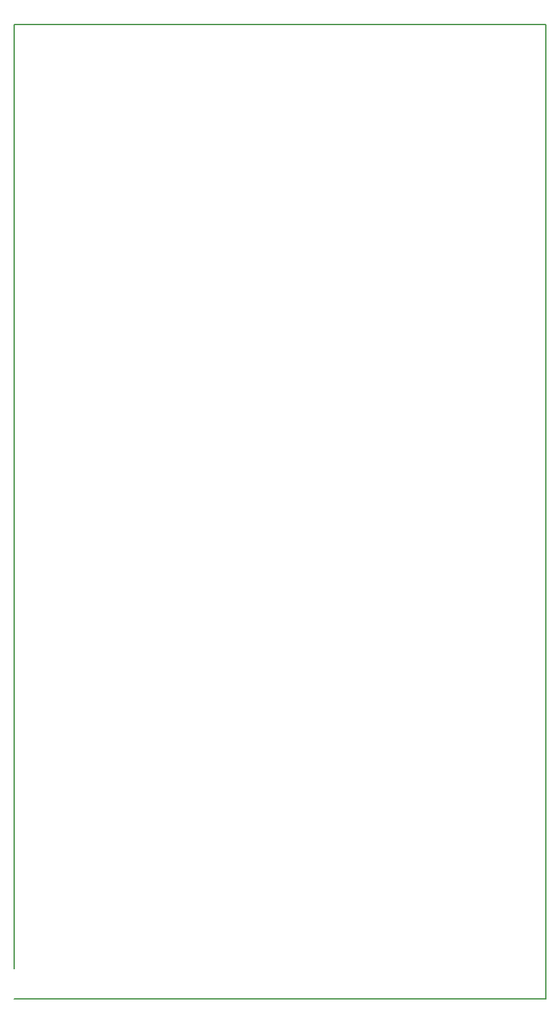
<source format=gbr>
G04 #@! TF.GenerationSoftware,KiCad,Pcbnew,(5.0.1-3-g963ef8bb5)*
G04 #@! TF.CreationDate,2019-06-03T16:35:54+02:00*
G04 #@! TF.ProjectId,foodSampler_v10,666F6F6453616D706C65725F7631302E,rev?*
G04 #@! TF.SameCoordinates,Original*
G04 #@! TF.FileFunction,Profile,NP*
%FSLAX46Y46*%
G04 Gerber Fmt 4.6, Leading zero omitted, Abs format (unit mm)*
G04 Created by KiCad (PCBNEW (5.0.1-3-g963ef8bb5)) date 2019 June 03, Monday 16:35:54*
%MOMM*%
%LPD*%
G01*
G04 APERTURE LIST*
%ADD10C,0.150000*%
G04 APERTURE END LIST*
D10*
X90000000Y-163000000D02*
X90000000Y-39000000D01*
X160000000Y-167000000D02*
X90000000Y-167000000D01*
X160000000Y-39000000D02*
X160000000Y-167000000D01*
X90000000Y-39000000D02*
X160000000Y-39000000D01*
M02*

</source>
